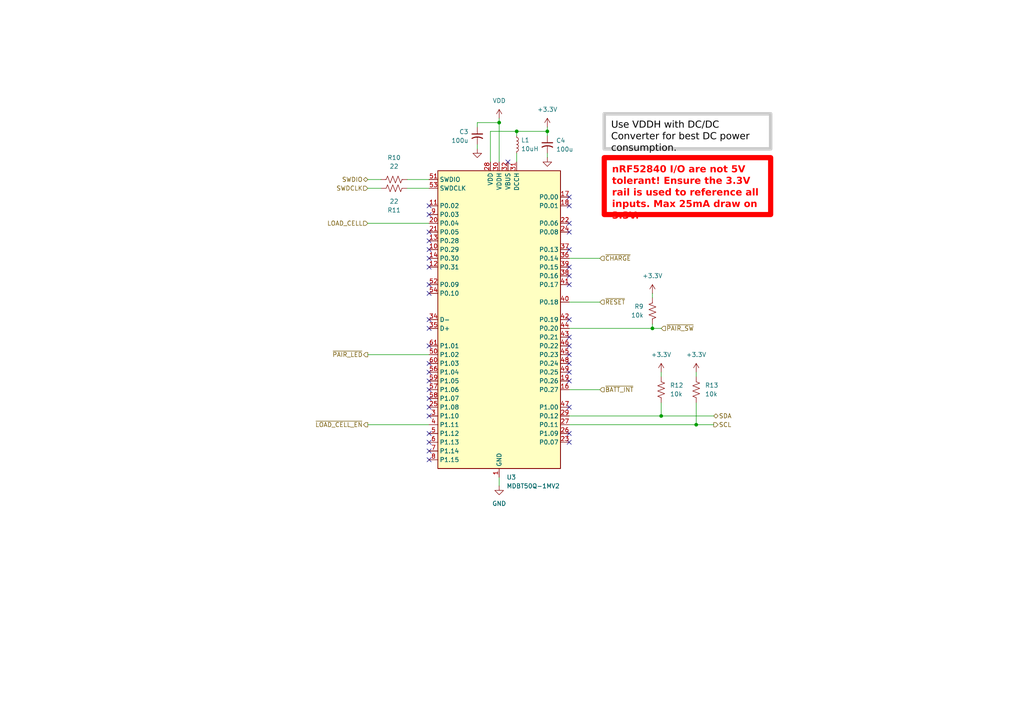
<source format=kicad_sch>
(kicad_sch (version 20250114) (generator "eeschema") (generator_version "9.0")
  (paper "A4")
  (title_block (title "Circuit 2") (rev "${REVISION}") (company "${COMPANY}"))
  (lib_symbols
    (symbol "Device:C_Small_US" (pin_numbers (hide yes)) (pin_names (offset 0.254) (hide yes))
      (property "Reference" "C" (at 0.254 1.778 0))
      (property "Value" "C_Small_US" (at 0.254 -2.032 0))
      (symbol "C_Small_US_0_1"
        (polyline (pts (xy -1.524 0.508) (xy 1.524 0.508)) (stroke (width 0.3048)))
        (arc (start -1.524 -0.762) (mid 0 -0.3734) (end 1.524 -0.762) (stroke (width 0.3048)))
      )
      (symbol "C_Small_US_1_1"
        (pin passive line (at 0 2.54 270) (length 2.032) (name "~") (number "1"))
        (pin passive line (at 0 -2.54 90) (length 2.032) (name "~") (number "2"))
      )
    )
    (symbol "Device:L_Small" (pin_numbers (hide yes)) (pin_names (offset 0.254) (hide yes))
      (property "Reference" "L" (at 0.762 1.016 0))
      (property "Value" "L_Small" (at 0.762 -1.016 0))
      (symbol "L_Small_0_1"
        (arc (start 0 2.032) (mid 0.5058 1.524) (end 0 1.016))
        (arc (start 0 1.016) (mid 0.5058 0.508) (end 0 0))
        (arc (start 0 0) (mid 0.5058 -0.508) (end 0 -1.016))
        (arc (start 0 -1.016) (mid 0.5058 -1.524) (end 0 -2.032))
      )
      (symbol "L_Small_1_1"
        (pin passive line (at 0 2.54 270) (length 0.508) (name "~") (number "1"))
        (pin passive line (at 0 -2.54 90) (length 0.508) (name "~") (number "2"))
      )
    )
    (symbol "Device:R_US" (pin_numbers (hide yes)) (pin_names (offset 0))
      (property "Reference" "R" (at 2.54 0 90))
      (property "Value" "R_US" (at -2.54 0 90))
      (symbol "R_US_0_1"
        (polyline (pts (xy 0 2.286) (xy 0 2.54)))
        (polyline (pts (xy 0 2.286) (xy 1.016 1.905) (xy 0 1.524) (xy -1.016 1.143) (xy 0 0.762)))
        (polyline (pts (xy 0 0.762) (xy 1.016 0.381) (xy 0 0) (xy -1.016 -0.381) (xy 0 -0.762)))
        (polyline (pts (xy 0 -0.762) (xy 1.016 -1.143) (xy 0 -1.524) (xy -1.016 -1.905) (xy 0 -2.286)))
        (polyline (pts (xy 0 -2.286) (xy 0 -2.54)))
      )
      (symbol "R_US_1_1"
        (pin passive line (at 0 3.81 270) (length 1.27) (name "~") (number "1"))
        (pin passive line (at 0 -3.81 90) (length 1.27) (name "~") (number "2"))
      )
    )
    (symbol "RF_Module:MDBT50Q-1MV2"
      (property "Reference" "U" (at 0 0 0))
      (property "Value" "MDBT50Q-1MV2" (at 0 -2.54 0))
      (symbol "MDBT50Q-1MV2_0_1"
        (rectangle (start -17.78 43.18) (end 17.78 -43.18) (stroke (width 0.254)) (fill (type background)))
      )
      (symbol "MDBT50Q-1MV2_1_1"
        (pin bidirectional line (at -20.32 40.64 0) (length 2.54) (name "SWDIO") (number "51"))
        (pin input line (at -20.32 38.1 0) (length 2.54) (name "SWDCLK") (number "53"))
        (pin bidirectional line (at -20.32 33.02 0) (length 2.54) (name "P0.02") (number "11"))
        (pin bidirectional line (at -20.32 30.48 0) (length 2.54) (name "P0.03") (number "9"))
        (pin bidirectional line (at -20.32 27.94 0) (length 2.54) (name "P0.04") (number "20"))
        (pin bidirectional line (at -20.32 25.4 0) (length 2.54) (name "P0.05") (number "21"))
        (pin bidirectional line (at -20.32 22.86 0) (length 2.54) (name "P0.28") (number "13"))
        (pin bidirectional line (at -20.32 20.32 0) (length 2.54) (name "P0.29") (number "10"))
        (pin bidirectional line (at -20.32 17.78 0) (length 2.54) (name "P0.30") (number "14"))
        (pin bidirectional line (at -20.32 15.24 0) (length 2.54) (name "P0.31") (number "12"))
        (pin bidirectional line (at -20.32 10.16 0) (length 2.54) (name "P0.09") (number "52"))
        (pin bidirectional line (at -20.32 7.62 0) (length 2.54) (name "P0.10") (number "54"))
        (pin bidirectional line (at -20.32 0 0) (length 2.54) (name "D-") (number "34"))
        (pin bidirectional line (at -20.32 -2.54 0) (length 2.54) (name "D+") (number "35"))
        (pin bidirectional line (at -20.32 -7.62 0) (length 2.54) (name "P1.01") (number "61"))
        (pin bidirectional line (at -20.32 -10.16 0) (length 2.54) (name "P1.02") (number "50"))
        (pin bidirectional line (at -20.32 -12.7 0) (length 2.54) (name "P1.03") (number "60"))
        (pin bidirectional line (at -20.32 -15.24 0) (length 2.54) (name "P1.04") (number "56"))
        (pin bidirectional line (at -20.32 -17.78 0) (length 2.54) (name "P1.05") (number "59"))
        (pin bidirectional line (at -20.32 -20.32 0) (length 2.54) (name "P1.06") (number "57"))
        (pin bidirectional line (at -20.32 -22.86 0) (length 2.54) (name "P1.07") (number "58"))
        (pin bidirectional line (at -20.32 -25.4 0) (length 2.54) (name "P1.08") (number "25"))
        (pin bidirectional line (at -20.32 -27.94 0) (length 2.54) (name "P1.10") (number "3"))
        (pin bidirectional line (at -20.32 -30.48 0) (length 2.54) (name "P1.11") (number "4"))
        (pin bidirectional line (at -20.32 -33.02 0) (length 2.54) (name "P1.12") (number "5"))
        (pin bidirectional line (at -20.32 -35.56 0) (length 2.54) (name "P1.13") (number "6"))
        (pin bidirectional line (at -20.32 -38.1 0) (length 2.54) (name "P1.14") (number "7"))
        (pin bidirectional line (at -20.32 -40.64 0) (length 2.54) (name "P1.15") (number "8"))
        (pin power_in line (at -2.54 45.72 270) (length 2.54) (name "VDD") (number "28"))
        (pin power_in line (at 0 45.72 270) (length 2.54) (name "VDDH") (number "30"))
        (pin power_in line (at 0 -45.72 90) (length 2.54) (name "GND") (number "1"))
        (pin passive line (at 0 -45.72 90) (length 2.54) (hide yes) (name "GND") (number "15"))
        (pin passive line (at 0 -45.72 90) (length 2.54) (hide yes) (name "GND") (number "2"))
        (pin passive line (at 0 -45.72 90) (length 2.54) (hide yes) (name "GND") (number "33"))
        (pin passive line (at 0 -45.72 90) (length 2.54) (hide yes) (name "GND") (number "55"))
        (pin power_in line (at 2.54 45.72 270) (length 2.54) (name "VBUS") (number "32"))
        (pin power_out line (at 5.08 45.72 270) (length 2.54) (name "DCCH") (number "31"))
        (pin bidirectional line (at 20.32 35.56 180) (length 2.54) (name "P0.00") (number "17"))
        (pin bidirectional line (at 20.32 33.02 180) (length 2.54) (name "P0.01") (number "18"))
        (pin bidirectional line (at 20.32 27.94 180) (length 2.54) (name "P0.06") (number "22"))
        (pin bidirectional line (at 20.32 25.4 180) (length 2.54) (name "P0.08") (number "24"))
        (pin bidirectional line (at 20.32 20.32 180) (length 2.54) (name "P0.13") (number "37"))
        (pin bidirectional line (at 20.32 17.78 180) (length 2.54) (name "P0.14") (number "36"))
        (pin bidirectional line (at 20.32 15.24 180) (length 2.54) (name "P0.15") (number "39"))
        (pin bidirectional line (at 20.32 12.7 180) (length 2.54) (name "P0.16") (number "38"))
        (pin bidirectional line (at 20.32 10.16 180) (length 2.54) (name "P0.17") (number "41"))
        (pin bidirectional line (at 20.32 5.08 180) (length 2.54) (name "P0.18") (number "40"))
        (pin bidirectional line (at 20.32 0 180) (length 2.54) (name "P0.19") (number "42"))
        (pin bidirectional line (at 20.32 -2.54 180) (length 2.54) (name "P0.20") (number "44"))
        (pin bidirectional line (at 20.32 -5.08 180) (length 2.54) (name "P0.21") (number "43"))
        (pin bidirectional line (at 20.32 -7.62 180) (length 2.54) (name "P0.22") (number "46"))
        (pin bidirectional line (at 20.32 -10.16 180) (length 2.54) (name "P0.23") (number "45"))
        (pin bidirectional line (at 20.32 -12.7 180) (length 2.54) (name "P0.24") (number "48"))
        (pin bidirectional line (at 20.32 -15.24 180) (length 2.54) (name "P0.25") (number "49"))
        (pin bidirectional line (at 20.32 -17.78 180) (length 2.54) (name "P0.26") (number "19"))
        (pin bidirectional line (at 20.32 -20.32 180) (length 2.54) (name "P0.27") (number "16"))
        (pin bidirectional line (at 20.32 -25.4 180) (length 2.54) (name "P1.00") (number "47"))
        (pin bidirectional line (at 20.32 -27.94 180) (length 2.54) (name "P0.12") (number "29"))
        (pin bidirectional line (at 20.32 -30.48 180) (length 2.54) (name "P0.11") (number "27"))
        (pin bidirectional line (at 20.32 -33.02 180) (length 2.54) (name "P1.09") (number "26"))
        (pin bidirectional line (at 20.32 -35.56 180) (length 2.54) (name "P0.07") (number "23"))
      )
    )
    (symbol "power:+3.3V" (power) (pin_numbers (hide yes)) (pin_names (offset 0) (hide yes))
      (property "Value" "+3.3V" (at 0 3.556 0))
      (symbol "+3.3V_0_1"
        (polyline (pts (xy -0.762 1.27) (xy 0 2.54)))
        (polyline (pts (xy 0 2.54) (xy 0.762 1.27)))
        (polyline (pts (xy 0 0) (xy 0 2.54)))
      )
      (symbol "+3.3V_1_1"
        (pin power_in line (at 0 0 90) (length 0) (name "~") (number "1"))
      )
    )
    (symbol "power:GND" (power) (pin_numbers (hide yes)) (pin_names (offset 0) (hide yes))
      (property "Value" "GND" (at 0 -3.81 0))
      (symbol "GND_0_1"
        (polyline (pts (xy 0 0) (xy 0 -1.27) (xy 1.27 -1.27) (xy 0 -2.54) (xy -1.27 -1.27) (xy 0 -1.27)))
      )
      (symbol "GND_1_1"
        (pin power_in line (at 0 0 270) (length 0) (name "~") (number "1"))
      )
    )
    (symbol "power:VDD" (power) (pin_numbers (hide yes)) (pin_names (offset 0) (hide yes))
      (property "Value" "VDD" (at 0 3.556 0))
      (symbol "VDD_0_1"
        (polyline (pts (xy -0.762 1.27) (xy 0 2.54)))
        (polyline (pts (xy 0 2.54) (xy 0.762 1.27)))
        (polyline (pts (xy 0 0) (xy 0 2.54)))
      )
      (symbol "VDD_1_1"
        (pin power_in line (at 0 0 90) (length 0) (name "~") (number "1"))
      )
    )
  )
  (text_box "Use VDDH with DC/DC Converter for best DC power consumption." (at 175.26 33.02 0) (size 48.26 10.16) (margins 2 2 2 2) (stroke (width 1) (color 200 200 200 1)) (effects (font (size 2 2)) (justify left top)))
  (text_box "nRF52840 I/O are not 5V tolerant! Ensure the 3.3V rail is used to reference all inputs. Max 25mA draw on 3.3V." (at 175.26 45.72 0) (size 48.26 16.51) (margins 2.25 2.25 2.25 2.25) (stroke (width 1.5) (color 255 0 0 1)) (effects (font (size 2 2) (thickness 0.4) (bold yes)) (justify left top)))
  (junction (at 149.86 38.1))
  (junction (at 189.23 95.25))
  (junction (at 191.77 120.65))
  (junction (at 144.78 35.56))
  (junction (at 158.75 38.1))
  (junction (at 201.93 123.19))
  (no_connect (at 124.46 100.33))
  (no_connect (at 124.46 133.35))
  (no_connect (at 165.1 72.39))
  (no_connect (at 124.46 115.57))
  (no_connect (at 124.46 125.73))
  (no_connect (at 165.1 59.69))
  (no_connect (at 124.46 67.31))
  (no_connect (at 165.1 67.31))
  (no_connect (at 165.1 125.73))
  (no_connect (at 165.1 97.79))
  (no_connect (at 124.46 59.69))
  (no_connect (at 165.1 118.11))
  (no_connect (at 165.1 77.47))
  (no_connect (at 124.46 92.71))
  (no_connect (at 165.1 64.77))
  (no_connect (at 124.46 95.25))
  (no_connect (at 124.46 62.23))
  (no_connect (at 165.1 105.41))
  (no_connect (at 165.1 82.55))
  (no_connect (at 165.1 128.27))
  (no_connect (at 124.46 113.03))
  (no_connect (at 165.1 102.87))
  (no_connect (at 124.46 74.93))
  (no_connect (at 124.46 110.49))
  (no_connect (at 124.46 107.95))
  (no_connect (at 124.46 85.09))
  (no_connect (at 124.46 118.11))
  (no_connect (at 165.1 107.95))
  (no_connect (at 124.46 69.85))
  (no_connect (at 124.46 72.39))
  (no_connect (at 124.46 120.65))
  (no_connect (at 124.46 128.27))
  (no_connect (at 165.1 57.15))
  (no_connect (at 124.46 82.55))
  (no_connect (at 165.1 92.71))
  (no_connect (at 165.1 100.33))
  (no_connect (at 124.46 77.47))
  (no_connect (at 165.1 110.49))
  (no_connect (at 165.1 80.01))
  (no_connect (at 124.46 105.41))
  (no_connect (at 124.46 130.81))
  (no_connect (at 147.32 46.99))
  (wire (pts (xy 158.75 39.37) (xy 158.75 38.1)))
  (wire (pts (xy 165.1 123.19) (xy 201.93 123.19)))
  (wire (pts (xy 165.1 95.25) (xy 189.23 95.25)))
  (wire (pts (xy 158.75 38.1) (xy 149.86 38.1)))
  (wire (pts (xy 165.1 87.63) (xy 173.99 87.63)))
  (wire (pts (xy 138.43 36.83) (xy 138.43 35.56)))
  (wire (pts (xy 142.24 38.1) (xy 149.86 38.1)))
  (wire (pts (xy 158.75 36.83) (xy 158.75 38.1)))
  (wire (pts (xy 189.23 95.25) (xy 191.77 95.25)))
  (wire (pts (xy 149.86 38.1) (xy 149.86 39.37)))
  (wire (pts (xy 144.78 34.29) (xy 144.78 35.56)))
  (wire (pts (xy 149.86 44.45) (xy 149.86 46.99)))
  (wire (pts (xy 138.43 35.56) (xy 144.78 35.56)))
  (wire (pts (xy 138.43 41.91) (xy 138.43 43.18)))
  (wire (pts (xy 189.23 93.98) (xy 189.23 95.25)))
  (wire (pts (xy 165.1 120.65) (xy 191.77 120.65)))
  (wire (pts (xy 142.24 46.99) (xy 142.24 38.1)))
  (wire (pts (xy 191.77 107.95) (xy 191.77 109.22)))
  (wire (pts (xy 191.77 120.65) (xy 207.01 120.65)))
  (wire (pts (xy 201.93 107.95) (xy 201.93 109.22)))
  (wire (pts (xy 201.93 116.84) (xy 201.93 123.19)))
  (wire (pts (xy 106.68 102.87) (xy 124.46 102.87)))
  (wire (pts (xy 118.11 54.61) (xy 124.46 54.61)))
  (wire (pts (xy 189.23 85.09) (xy 189.23 86.36)))
  (wire (pts (xy 118.11 52.07) (xy 124.46 52.07)))
  (wire (pts (xy 144.78 138.43) (xy 144.78 140.97)))
  (wire (pts (xy 191.77 116.84) (xy 191.77 120.65)))
  (wire (pts (xy 158.75 44.45) (xy 158.75 45.72)))
  (wire (pts (xy 106.68 64.77) (xy 124.46 64.77)))
  (wire (pts (xy 106.68 54.61) (xy 110.49 54.61)))
  (wire (pts (xy 106.68 123.19) (xy 124.46 123.19)))
  (wire (pts (xy 201.93 123.19) (xy 207.01 123.19)))
  (wire (pts (xy 144.78 35.56) (xy 144.78 46.99)))
  (wire (pts (xy 165.1 113.03) (xy 173.99 113.03)))
  (wire (pts (xy 165.1 74.93) (xy 173.99 74.93)))
  (wire (pts (xy 106.68 52.07) (xy 110.49 52.07)))
  (hierarchical_label "SWDIO" (shape bidirectional) (at 106.68 52.07 180))
  (hierarchical_label "SDA" (shape bidirectional) (at 207.01 120.65 0))
  (hierarchical_label "~{RESET}" (shape input) (at 173.99 87.63 0))
  (hierarchical_label "SCL" (shape output) (at 207.01 123.19 0))
  (hierarchical_label "~{PAIR_LED}" (shape output) (at 106.68 102.87 180))
  (hierarchical_label "~{BATT_INT}" (shape input) (at 173.99 113.03 0))
  (hierarchical_label "SWDCLK" (shape input) (at 106.68 54.61 180))
  (hierarchical_label "~{LOAD_CELL_EN}" (shape output) (at 106.68 123.19 180))
  (hierarchical_label "~{CHARGE}" (shape input) (at 173.99 74.93 0))
  (hierarchical_label "LOAD_CELL" (shape input) (at 106.68 64.77 180))
  (hierarchical_label "~{PAIR_SW}" (shape input) (at 191.77 95.25 0))
  (symbol (lib_id "power:+3.3V") (at 201.93 107.95 0) (unit 1)
    (property "Reference" "#PWR019" (effects (hide yes)))
    (property "Value" "+3.3V" (at 201.93 102.87 0))
    (property "Description" "Power symbol creates a global label with name \"+3.3V\"" (effects (hide yes)))
  )
  (symbol (lib_id "Device:R_US") (at 191.77 113.03 0) (unit 1)
    (property "Reference" "R12" (at 194.31 111.7599 0) (effects (justify left)))
    (property "Value" "10k" (at 194.31 114.2999 0) (effects (justify left)))
    (property "Footprint" "Resistor_SMD:R_0603_1608Metric" (effects (hide yes)))
    (property "Datasheet" "https://www.royalohm.com/assets/pdf/products/smd/1.pdf" (effects (hide yes)))
    (property "Description" "Resistor, US symbol" (effects (hide yes)))
    (property "Manufacturer" "Uni-Royal" (effects (hide yes)))
    (property "Manufacturer PN" "0603WAF1002T5E" (effects (hide yes)))
    (property "LCSC" "C25804" (effects (hide yes)))
  )
  (symbol (lib_id "RF_Module:MDBT50Q-1MV2") (at 144.78 92.71 0) (unit 1)
    (property "Reference" "U3" (at 146.9233 138.43 0) (effects (justify left)))
    (property "Value" "MDBT50Q-1MV2" (at 146.9233 140.97 0) (effects (justify left)))
    (property "Footprint" "RF_Module:Raytac_MDBT50Q" (effects (hide yes)))
    (property "Datasheet" "https://www.raytac.com/download/index.php?index_id=43" (effects (hide yes)))
    (property "Description" "Multiprotocol BLE/ANT/2.4 GHz/802.15.4 Cortex-M4F SoC, nRF52840 module" (effects (hide yes)))
    (property "Manufacturer" "Raytac" (effects (hide yes)))
    (property "Manufacturer PN" "MDBT50Q-1MV2" (effects (hide yes)))
    (property "LCSC" "C5118826" (effects (hide yes)))
  )
  (symbol (lib_id "power:+3.3V") (at 189.23 85.09 0) (unit 1)
    (property "Reference" "#PWR012" (effects (hide yes)))
    (property "Value" "+3.3V" (at 189.23 80.01 0))
    (property "Description" "Power symbol creates a global label with name \"+3.3V\"" (effects (hide yes)))
  )
  (symbol (lib_id "Device:R_US") (at 114.3 54.61 90) (unit 1)
    (property "Reference" "R11" (at 114.3 60.96 90))
    (property "Value" "22" (at 114.3 58.42 90))
    (property "Footprint" "Resistor_SMD:R_0603_1608Metric" (effects (hide yes)))
    (property "Datasheet" "https://www.royalohm.com/assets/pdf/products/smd/1.pdf" (effects (hide yes)))
    (property "Description" "Resistor, US symbol" (effects (hide yes)))
    (property "Manufacturer" "Uni-Royal" (effects (hide yes)))
    (property "Manufacturer PN" "0603WAF220JT5E" (effects (hide yes)))
    (property "LCSC" "C23345" (effects (hide yes)))
  )
  (symbol (lib_id "power:+3.3V") (at 191.77 107.95 0) (unit 1)
    (property "Reference" "#PWR018" (effects (hide yes)))
    (property "Value" "+3.3V" (at 191.77 102.87 0))
    (property "Description" "Power symbol creates a global label with name \"+3.3V\"" (effects (hide yes)))
  )
  (symbol (lib_id "Device:R_US") (at 114.3 52.07 90) (unit 1)
    (property "Reference" "R10" (at 114.3 45.72 90))
    (property "Value" "22" (at 114.3 48.26 90))
    (property "Footprint" "Resistor_SMD:R_0603_1608Metric" (effects (hide yes)))
    (property "Datasheet" "https://www.royalohm.com/assets/pdf/products/smd/1.pdf" (effects (hide yes)))
    (property "Description" "Resistor, US symbol" (effects (hide yes)))
    (property "Manufacturer" "Uni-Royal" (effects (hide yes)))
    (property "Manufacturer PN" "0603WAF220JT5E" (effects (hide yes)))
    (property "LCSC" "C23345" (effects (hide yes)))
  )
  (symbol (lib_id "Device:L_Small") (at 149.86 41.91 0) (unit 1)
    (property "Reference" "L1" (at 151.13 40.6399 0) (effects (justify left)))
    (property "Value" "10uH" (at 151.13 43.1799 0) (effects (justify left)))
    (property "Footprint" "Inductor_SMD:L_0603_1608Metric" (effects (hide yes)))
    (property "Datasheet" "https://product.tdk.com/system/files/dam/doc/product/inductor/inductor/smd/catalog/inductor_commercial_decoupling_mlz1608_en.pdf" (effects (hide yes)))
    (property "Description" "Inductor, small symbol" (effects (hide yes)))
    (property "Manufacturer" "TDK" (effects (hide yes)))
    (property "Manufacturer PN" "MLZ1608M100WT000" (effects (hide yes)))
    (property "LCSC" "C76798" (effects (hide yes)))
  )
  (symbol (lib_id "power:+3.3V") (at 158.75 36.83 0) (unit 1)
    (property "Reference" "#PWR016" (effects (hide yes)))
    (property "Value" "+3.3V" (at 158.75 31.75 0))
    (property "Description" "Power symbol creates a global label with name \"+3.3V\"" (effects (hide yes)))
  )
  (symbol (lib_id "power:GND") (at 138.43 43.18 0) (unit 1)
    (property "Reference" "#PWR013" (effects (hide yes)))
    (property "Value" "GND" (effects (hide yes)))
    (property "Description" "Power symbol creates a global label with name \"GND\" , ground" (effects (hide yes)))
  )
  (symbol (lib_id "power:VDD") (at 144.78 34.29 0) (unit 1)
    (property "Reference" "#PWR014" (effects (hide yes)))
    (property "Value" "VDD" (at 144.78 29.21 0))
    (property "Description" "Power symbol creates a global label with name \"VDD\"" (effects (hide yes)))
  )
  (symbol (lib_id "Device:C_Small_US") (at 138.43 39.37 0) (mirror y) (unit 1)
    (property "Reference" "C3" (at 135.89 38.2269 0) (effects (justify left)))
    (property "Value" "100u" (at 135.89 40.7669 0) (effects (justify left)))
    (property "Footprint" "Capacitor_SMD:C_1206_3216Metric" (effects (hide yes)))
    (property "Datasheet" "https://weblib.samsungsem.com/mlcc/mlcc-ec-data-sheet.do?partNumber=CL31A107MQHNNNE" (effects (hide yes)))
    (property "Description" "capacitor, small US symbol" (effects (hide yes)))
    (property "LCSC" "C15008" (effects (hide yes)))
    (property "Manufacturer" "Samsung Electro-Mechanics" (effects (hide yes)))
    (property "Manufacturer PN" "CL31A107MQHNNNE" (effects (hide yes)))
  )
  (symbol (lib_id "power:GND") (at 158.75 45.72 0) (mirror y) (unit 1)
    (property "Reference" "#PWR017" (effects (hide yes)))
    (property "Value" "GND" (effects (hide yes)))
    (property "Description" "Power symbol creates a global label with name \"GND\" , ground" (effects (hide yes)))
  )
  (symbol (lib_id "Device:R_US") (at 189.23 90.17 0) (mirror y) (unit 1)
    (property "Reference" "R9" (at 186.69 88.8999 0) (effects (justify left)))
    (property "Value" "10k" (at 186.69 91.4399 0) (effects (justify left)))
    (property "Footprint" "Resistor_SMD:R_0603_1608Metric" (effects (hide yes)))
    (property "Datasheet" "https://www.royalohm.com/assets/pdf/products/smd/1.pdf" (effects (hide yes)))
    (property "Description" "Resistor, US symbol" (effects (hide yes)))
    (property "Manufacturer" "Uni-Royal" (effects (hide yes)))
    (property "Manufacturer PN" "0603WAF1002T5E" (effects (hide yes)))
    (property "LCSC" "C25804" (effects (hide yes)))
  )
  (symbol (lib_id "power:GND") (at 144.78 140.97 0) (unit 1)
    (property "Reference" "#PWR015" (effects (hide yes)))
    (property "Value" "GND" (at 144.78 146.05 0))
    (property "Description" "Power symbol creates a global label with name \"GND\" , ground" (effects (hide yes)))
  )
  (symbol (lib_id "Device:R_US") (at 201.93 113.03 0) (unit 1)
    (property "Reference" "R13" (at 204.47 111.7599 0) (effects (justify left)))
    (property "Value" "10k" (at 204.47 114.2999 0) (effects (justify left)))
    (property "Footprint" "Resistor_SMD:R_0603_1608Metric" (effects (hide yes)))
    (property "Datasheet" "https://www.royalohm.com/assets/pdf/products/smd/1.pdf" (effects (hide yes)))
    (property "Description" "Resistor, US symbol" (effects (hide yes)))
    (property "Manufacturer" "Uni-Royal" (effects (hide yes)))
    (property "Manufacturer PN" "0603WAF1002T5E" (effects (hide yes)))
    (property "LCSC" "C25804" (effects (hide yes)))
  )
  (symbol (lib_id "Device:C_Small_US") (at 158.75 41.91 0) (unit 1)
    (property "Reference" "C4" (at 161.29 40.7669 0) (effects (justify left)))
    (property "Value" "100u" (at 161.29 43.3069 0) (effects (justify left)))
    (property "Footprint" "Capacitor_SMD:C_1206_3216Metric" (effects (hide yes)))
    (property "Datasheet" "https://weblib.samsungsem.com/mlcc/mlcc-ec-data-sheet.do?partNumber=CL31A107MQHNNNE" (effects (hide yes)))
    (property "Description" "capacitor, small US symbol" (effects (hide yes)))
    (property "LCSC" "C15008" (effects (hide yes)))
    (property "Manufacturer" "Samsung Electro-Mechanics" (effects (hide yes)))
    (property "Manufacturer PN" "CL31A107MQHNNNE" (effects (hide yes)))
  )
)
</source>
